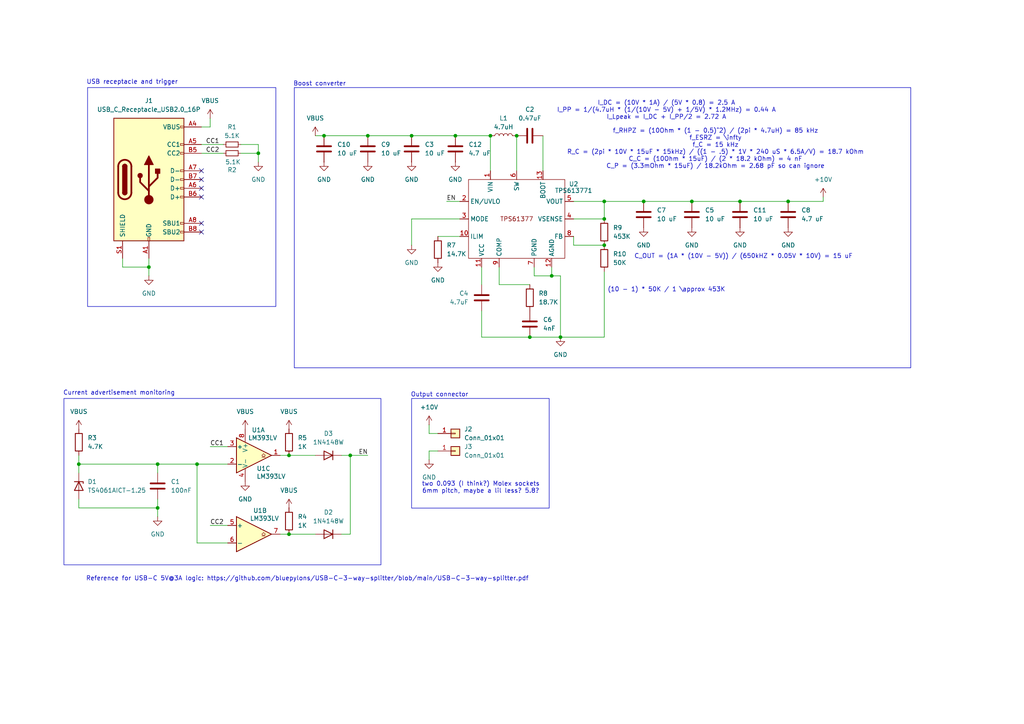
<source format=kicad_sch>
(kicad_sch (version 20250114) (generator "eeschema") (generator_version "9.0")
  (paper "A4")
  (title_block (title "USB-C 5V@3A to Magic Wand 10V@1A Boost Converter"))
  (lib_symbols
    (symbol "Comparator:LM393" (pin_names (offset 0.127))
      (property "Reference" "U" (at 3.81 3.81 0))
      (property "Value" "LM393" (at 6.35 -3.81 0))
      (symbol "LM393_1_1"
        (polyline (pts (xy -5.08 5.08) (xy 5.08 0) (xy -5.08 -5.08) (xy -5.08 5.08)) (stroke (width 0.254)) (fill (type background)))
        (polyline (pts (xy 3.302 -0.508) (xy 2.794 -0.508) (xy 3.302 0) (xy 2.794 0.508) (xy 2.286 0) (xy 2.794 -0.508) (xy 2.286 -0.508)) (stroke (width 0.127)))
        (pin input line (at -7.62 2.54 0) (length 2.54) (name "+") (number "3"))
        (pin input line (at -7.62 -2.54 0) (length 2.54) (name "-") (number "2"))
        (pin open_collector line (at 7.62 0 180) (length 2.54) (name "~") (number "1"))
      )
      (symbol "LM393_2_1"
        (polyline (pts (xy -5.08 5.08) (xy 5.08 0) (xy -5.08 -5.08) (xy -5.08 5.08)) (stroke (width 0.254)) (fill (type background)))
        (polyline (pts (xy 3.302 -0.508) (xy 2.794 -0.508) (xy 3.302 0) (xy 2.794 0.508) (xy 2.286 0) (xy 2.794 -0.508) (xy 2.286 -0.508)) (stroke (width 0.127)))
        (pin input line (at -7.62 2.54 0) (length 2.54) (name "+") (number "5"))
        (pin input line (at -7.62 -2.54 0) (length 2.54) (name "-") (number "6"))
        (pin open_collector line (at 7.62 0 180) (length 2.54) (name "~") (number "7"))
      )
      (symbol "LM393_3_1"
        (pin power_in line (at -2.54 7.62 270) (length 3.81) (name "V+") (number "8"))
        (pin power_in line (at -2.54 -7.62 90) (length 3.81) (name "V-") (number "4"))
      )
    )
    (symbol "Connector:USB_C_Receptacle_USB2.0_16P" (pin_names (offset 1.016))
      (property "Reference" "J" (at 0 22.225 0))
      (property "Value" "USB_C_Receptacle_USB2.0_16P" (at 0 19.685 0))
      (symbol "USB_C_Receptacle_USB2.0_16P_0_0"
        (rectangle (start -0.254 -17.78) (end 0.254 -16.764))
        (rectangle (start 10.16 15.494) (end 9.144 14.986))
        (rectangle (start 10.16 10.414) (end 9.144 9.906))
        (rectangle (start 10.16 7.874) (end 9.144 7.366))
        (rectangle (start 10.16 2.794) (end 9.144 2.286))
        (rectangle (start 10.16 0.254) (end 9.144 -0.254))
        (rectangle (start 10.16 -2.286) (end 9.144 -2.794))
        (rectangle (start 10.16 -4.826) (end 9.144 -5.334))
        (rectangle (start 10.16 -12.446) (end 9.144 -12.954))
        (rectangle (start 10.16 -14.986) (end 9.144 -15.494))
      )
      (symbol "USB_C_Receptacle_USB2.0_16P_0_1"
        (rectangle (start -10.16 17.78) (end 10.16 -17.78) (stroke (width 0.254)) (fill (type background)))
        (polyline (pts (xy -8.89 -3.81) (xy -8.89 3.81)) (stroke (width 0.508)))
        (rectangle (start -7.62 -3.81) (end -6.35 3.81) (stroke (width 0.254)) (fill (type outline)))
        (arc (start -7.62 3.81) (mid -6.985 4.4423) (end -6.35 3.81) (stroke (width 0.254)))
        (arc (start -7.62 3.81) (mid -6.985 4.4423) (end -6.35 3.81) (stroke (width 0.254)) (fill (type outline)))
        (arc (start -8.89 3.81) (mid -6.985 5.7067) (end -5.08 3.81) (stroke (width 0.508)))
        (arc (start -5.08 -3.81) (mid -6.985 -5.7067) (end -8.89 -3.81) (stroke (width 0.508)))
        (arc (start -6.35 -3.81) (mid -6.985 -4.4423) (end -7.62 -3.81) (stroke (width 0.254)))
        (arc (start -6.35 -3.81) (mid -6.985 -4.4423) (end -7.62 -3.81) (stroke (width 0.254)) (fill (type outline)))
        (polyline (pts (xy -5.08 3.81) (xy -5.08 -3.81)) (stroke (width 0.508)))
        (circle (center -2.54 1.143) (radius 0.635) (stroke (width 0.254)) (fill (type outline)))
        (polyline (pts (xy -1.27 4.318) (xy 0 6.858) (xy 1.27 4.318) (xy -1.27 4.318)) (stroke (width 0.254)) (fill (type outline)))
        (polyline (pts (xy 0 -2.032) (xy 2.54 0.508) (xy 2.54 1.778)) (stroke (width 0.508)))
        (polyline (pts (xy 0 -3.302) (xy -2.54 -0.762) (xy -2.54 0.508)) (stroke (width 0.508)))
        (polyline (pts (xy 0 -5.842) (xy 0 4.318)) (stroke (width 0.508)))
        (circle (center 0 -5.842) (radius 1.27) (fill (type outline)))
        (rectangle (start 1.905 1.778) (end 3.175 3.048) (stroke (width 0.254)) (fill (type outline)))
      )
      (symbol "USB_C_Receptacle_USB2.0_16P_1_1"
        (pin passive line (at -7.62 -22.86 90) (length 5.08) (name "SHIELD") (number "S1"))
        (pin passive line (at 0 -22.86 90) (length 5.08) (name "GND") (number "A1"))
        (pin passive line (at 0 -22.86 90) (length 5.08) (hide yes) (name "GND") (number "A12"))
        (pin passive line (at 0 -22.86 90) (length 5.08) (hide yes) (name "GND") (number "B1"))
        (pin passive line (at 0 -22.86 90) (length 5.08) (hide yes) (name "GND") (number "B12"))
        (pin passive line (at 15.24 15.24 180) (length 5.08) (name "VBUS") (number "A4"))
        (pin passive line (at 15.24 15.24 180) (length 5.08) (hide yes) (name "VBUS") (number "A9"))
        (pin passive line (at 15.24 15.24 180) (length 5.08) (hide yes) (name "VBUS") (number "B4"))
        (pin passive line (at 15.24 15.24 180) (length 5.08) (hide yes) (name "VBUS") (number "B9"))
        (pin bidirectional line (at 15.24 10.16 180) (length 5.08) (name "CC1") (number "A5"))
        (pin bidirectional line (at 15.24 7.62 180) (length 5.08) (name "CC2") (number "B5"))
        (pin bidirectional line (at 15.24 2.54 180) (length 5.08) (name "D-") (number "A7"))
        (pin bidirectional line (at 15.24 0 180) (length 5.08) (name "D-") (number "B7"))
        (pin bidirectional line (at 15.24 -2.54 180) (length 5.08) (name "D+") (number "A6"))
        (pin bidirectional line (at 15.24 -5.08 180) (length 5.08) (name "D+") (number "B6"))
        (pin bidirectional line (at 15.24 -12.7 180) (length 5.08) (name "SBU1") (number "A8"))
        (pin bidirectional line (at 15.24 -15.24 180) (length 5.08) (name "SBU2") (number "B8"))
      )
    )
    (symbol "Connector_Generic:Conn_01x01" (pin_names (offset 1.016) (hide yes))
      (property "Reference" "J" (at 0 2.54 0))
      (property "Value" "Conn_01x01" (at 0 -2.54 0))
      (symbol "Conn_01x01_1_1"
        (rectangle (start -1.27 1.27) (end 1.27 -1.27) (stroke (width 0.254)) (fill (type background)))
        (rectangle (start -1.27 0.127) (end 0 -0.127) (stroke (width 0.1524)))
        (pin passive line (at -5.08 0 0) (length 3.81) (name "Pin_1") (number "1"))
      )
    )
    (symbol "Device:C" (pin_numbers (hide yes)) (pin_names (offset 0.254))
      (property "Reference" "C" (at 0.635 2.54 0))
      (property "Value" "C" (at 0.635 -2.54 0))
      (symbol "C_0_1"
        (polyline (pts (xy -2.032 0.762) (xy 2.032 0.762)) (stroke (width 0.508)))
        (polyline (pts (xy -2.032 -0.762) (xy 2.032 -0.762)) (stroke (width 0.508)))
      )
      (symbol "C_1_1"
        (pin passive line (at 0 3.81 270) (length 2.794) (name "~") (number "1"))
        (pin passive line (at 0 -3.81 90) (length 2.794) (name "~") (number "2"))
      )
    )
    (symbol "Device:D" (pin_numbers (hide yes)) (pin_names (offset 1.016) (hide yes))
      (property "Reference" "D" (at 0 2.54 0))
      (property "Value" "D" (at 0 -2.54 0))
      (symbol "D_0_1"
        (polyline (pts (xy -1.27 1.27) (xy -1.27 -1.27)) (stroke (width 0.254)))
        (polyline (pts (xy 1.27 1.27) (xy 1.27 -1.27) (xy -1.27 0) (xy 1.27 1.27)) (stroke (width 0.254)))
        (polyline (pts (xy 1.27 0) (xy -1.27 0)))
      )
      (symbol "D_1_1"
        (pin passive line (at -3.81 0 0) (length 2.54) (name "K") (number "1"))
        (pin passive line (at 3.81 0 180) (length 2.54) (name "A") (number "2"))
      )
    )
    (symbol "Device:D_Zener" (pin_numbers (hide yes)) (pin_names (offset 1.016) (hide yes))
      (property "Reference" "D" (at 0 2.54 0))
      (property "Value" "D_Zener" (at 0 -2.54 0))
      (symbol "D_Zener_0_1"
        (polyline (pts (xy -1.27 -1.27) (xy -1.27 1.27) (xy -0.762 1.27)) (stroke (width 0.254)))
        (polyline (pts (xy 1.27 0) (xy -1.27 0)))
        (polyline (pts (xy 1.27 -1.27) (xy 1.27 1.27) (xy -1.27 0) (xy 1.27 -1.27)) (stroke (width 0.254)))
      )
      (symbol "D_Zener_1_1"
        (pin passive line (at -3.81 0 0) (length 2.54) (name "K") (number "1"))
        (pin passive line (at 3.81 0 180) (length 2.54) (name "A") (number "2"))
      )
    )
    (symbol "Device:L" (pin_numbers (hide yes)) (pin_names (offset 1.016) (hide yes))
      (property "Reference" "L" (at -1.27 0 90))
      (property "Value" "L" (at 1.905 0 90))
      (symbol "L_0_1"
        (arc (start 0 2.54) (mid 0.6323 1.905) (end 0 1.27))
        (arc (start 0 1.27) (mid 0.6323 0.635) (end 0 0))
        (arc (start 0 0) (mid 0.6323 -0.635) (end 0 -1.27))
        (arc (start 0 -1.27) (mid 0.6323 -1.905) (end 0 -2.54))
      )
      (symbol "L_1_1"
        (pin passive line (at 0 3.81 270) (length 1.27) (name "1") (number "1"))
        (pin passive line (at 0 -3.81 90) (length 1.27) (name "2") (number "2"))
      )
    )
    (symbol "Device:R" (pin_numbers (hide yes)) (pin_names (offset 0))
      (property "Reference" "R" (at 2.032 0 90))
      (property "Value" "R" (at 0 0 90))
      (symbol "R_0_1"
        (rectangle (start -1.016 -2.54) (end 1.016 2.54) (stroke (width 0.254)))
      )
      (symbol "R_1_1"
        (pin passive line (at 0 3.81 270) (length 1.27) (name "~") (number "1"))
        (pin passive line (at 0 -3.81 90) (length 1.27) (name "~") (number "2"))
      )
    )
    (symbol "Device:R_Small" (pin_numbers (hide yes)) (pin_names (offset 0.254) (hide yes))
      (property "Reference" "R" (at 0.762 0.508 0))
      (property "Value" "R_Small" (at 0.762 -1.016 0))
      (symbol "R_Small_0_1"
        (rectangle (start -0.762 1.778) (end 0.762 -1.778) (stroke (width 0.2032)))
      )
      (symbol "R_Small_1_1"
        (pin passive line (at 0 2.54 270) (length 0.762) (name "~") (number "1"))
        (pin passive line (at 0 -2.54 90) (length 0.762) (name "~") (number "2"))
      )
    )
    (symbol "TPS61377:TPS61377"
      (property "Reference" "U" (at 0 2.032 0))
      (symbol "TPS61377_0_1"
        (rectangle (start -13.97 11.43) (end 13.97 -11.43))
      )
      (symbol "TPS61377_1_1"
        (text "TPS61377" (at 0 0 0) (effects (font (size 1.27 1.27))))
        (pin input line (at -16.51 5.08 0) (length 2.54) (name "EN/UVLO") (number "2"))
        (pin input line (at -16.51 0 0) (length 2.54) (name "MODE") (number "3"))
        (pin input line (at -16.51 -5.08 0) (length 2.54) (name "ILIM") (number "10"))
        (pin output line (at -10.16 -13.97 90) (length 2.54) (name "VCC") (number "11"))
        (pin power_in line (at -7.62 13.97 270) (length 2.54) (name "VIN") (number "1"))
        (pin output line (at -5.08 -13.97 90) (length 2.54) (name "COMP") (number "9"))
        (pin power_out line (at 0 13.97 270) (length 2.54) (name "SW") (number "6"))
        (pin power_in line (at 5.08 -13.97 90) (length 2.54) (name "PGND") (number "7"))
        (pin output line (at 7.62 13.97 270) (length 2.54) (name "BOOT") (number "13"))
        (pin power_in line (at 10.16 -13.97 90) (length 2.54) (name "AGND") (number "12"))
        (pin power_out line (at 16.51 5.08 180) (length 2.54) (name "VOUT") (number "5"))
        (pin input line (at 16.51 0 180) (length 2.54) (name "VSENSE") (number "4"))
        (pin input line (at 16.51 -5.08 180) (length 2.54) (name "FB") (number "8"))
      )
    )
    (symbol "power:+10V" (power) (pin_numbers (hide yes)) (pin_names (offset 0) (hide yes))
      (property "Value" "+10V" (at 0 3.556 0))
      (symbol "+10V_0_1"
        (polyline (pts (xy -0.762 1.27) (xy 0 2.54)))
        (polyline (pts (xy 0 2.54) (xy 0.762 1.27)))
        (polyline (pts (xy 0 0) (xy 0 2.54)))
      )
      (symbol "+10V_1_1"
        (pin power_in line (at 0 0 90) (length 0) (name "~") (number "1"))
      )
    )
    (symbol "power:GND" (power) (pin_numbers (hide yes)) (pin_names (offset 0) (hide yes))
      (property "Value" "GND" (at 0 -3.81 0))
      (symbol "GND_0_1"
        (polyline (pts (xy 0 0) (xy 0 -1.27) (xy 1.27 -1.27) (xy 0 -2.54) (xy -1.27 -1.27) (xy 0 -1.27)))
      )
      (symbol "GND_1_1"
        (pin power_in line (at 0 0 270) (length 0) (name "~") (number "1"))
      )
    )
    (symbol "power:VBUS" (power) (pin_numbers (hide yes)) (pin_names (offset 0) (hide yes))
      (property "Value" "VBUS" (at 0 3.556 0))
      (symbol "VBUS_0_1"
        (polyline (pts (xy -0.762 1.27) (xy 0 2.54)))
        (polyline (pts (xy 0 2.54) (xy 0.762 1.27)))
        (polyline (pts (xy 0 0) (xy 0 2.54)))
      )
      (symbol "VBUS_1_1"
        (pin power_in line (at 0 0 90) (length 0) (name "~") (number "1"))
      )
    )
  )
  (rectangle (start 119.38 115.57) (end 159.2854 147.3668))
  (rectangle (start 25.4 25.4) (end 80.01 88.9))
  (rectangle (start 18.5415 115.57) (end 110.49 163.83))
  (rectangle (start 85.3555 25.4) (end 264.16 106.68))
  (text "Reference for USB-C 5V@3A logic: https://github.com/bluepylons/USB-C-3-way-splitter/blob/main/USB-C-3-way-splitter.pdf" (at 89.154 167.894 0) (effects (font (size 1.27 1.27))))
  (text "two 0.093 (I think?) Molex sockets\n6mm pitch, maybe a lil less? 5.8?" (at 139.446 141.478 0) (effects (font (size 1.27 1.27))))
  (text "(10 - 1) * 50K / 1 \\approx 453K" (at 193.294 84.074 0) (effects (font (size 1.27 1.27))))
  (text "f_RHPZ = (10Ohm * (1 - 0.5)^2) / (2pi * 4.7uH) = 85 kHz\nf_ESRZ = \\infty\nf_C = 15 kHz\nR_C = (2pi * 10V * 15uF * 15kHz) / ((1 - .5) * 1V * 240 uS * 6.5A/V) = 18.7 kOhm\nC_C = (10Ohm * 15uF) / (2 * 18.2 kOhm) = 4 nF\nC_P = (3.3mOhm * 15uF) / 18.2kOhm = 2.68 pF so can ignore" (at 207.518 43.18 0) (effects (font (size 1.27 1.27))))
  (text "Output connector" (at 127.508 114.554 0) (effects (font (size 1.27 1.27))))
  (text "C_OUT = (1A * (10V - 5V)) / (650kHZ * 0.05V * 10V) = 15 uF" (at 215.646 74.422 0) (effects (font (size 1.27 1.27))))
  (text "I_DC = (10V * 1A) / (5V * 0.8) = 2.5 A\nI_PP = 1/(4.7uH * (1/(10V - 5V) + 1/5V) * 1.2MHz) = 0.44 A\nI_Lpeak = I_DC + I_PP/2 = 2.72 A" (at 193.294 32.004 0) (effects (font (size 1.27 1.27))))
  (text "Current advertisement monitoring" (at 34.544 114.046 0) (effects (font (size 1.27 1.27))))
  (text "Boost converter" (at 92.71 24.384 0) (effects (font (size 1.27 1.27))))
  (text "USB receptacle and trigger" (at 38.354 23.876 0) (effects (font (size 1.27 1.27))))
  (junction (at 43.18 77.47))
  (junction (at 175.26 63.5))
  (junction (at 162.56 97.79))
  (junction (at 57.15 134.62))
  (junction (at 214.63 58.42))
  (junction (at 101.6 132.08))
  (junction (at 149.86 39.37))
  (junction (at 186.69 58.42))
  (junction (at 200.66 58.42))
  (junction (at 83.82 154.94))
  (junction (at 132.08 39.37))
  (junction (at 119.38 39.37))
  (junction (at 106.68 39.37))
  (junction (at 228.6 58.42))
  (junction (at 83.82 132.08))
  (junction (at 153.67 97.79))
  (junction (at 142.24 39.37))
  (junction (at 93.98 39.37))
  (junction (at 22.86 134.62))
  (junction (at 175.26 71.12))
  (junction (at 160.02 80.01))
  (junction (at 45.72 147.32))
  (junction (at 175.26 58.42))
  (junction (at 45.72 134.62))
  (junction (at 74.93 44.45))
  (no_connect (at 58.42 57.15))
  (no_connect (at 58.42 64.77))
  (no_connect (at 58.42 67.31))
  (no_connect (at 58.42 49.53))
  (no_connect (at 58.42 54.61))
  (no_connect (at 58.42 52.07))
  (wire (pts (xy 119.38 63.5) (xy 133.35 63.5)))
  (wire (pts (xy 58.42 41.91) (xy 64.77 41.91)))
  (wire (pts (xy 160.02 80.01) (xy 162.56 80.01)))
  (wire (pts (xy 238.76 57.15) (xy 238.76 58.42)))
  (wire (pts (xy 22.86 132.08) (xy 22.86 134.62)))
  (wire (pts (xy 43.18 74.93) (xy 43.18 77.47)))
  (wire (pts (xy 144.78 77.47) (xy 144.78 82.55)))
  (wire (pts (xy 22.86 134.62) (xy 45.72 134.62)))
  (wire (pts (xy 93.98 39.37) (xy 106.68 39.37)))
  (wire (pts (xy 57.15 157.48) (xy 66.04 157.48)))
  (wire (pts (xy 45.72 134.62) (xy 45.72 137.16)))
  (wire (pts (xy 139.7 77.47) (xy 139.7 82.55)))
  (wire (pts (xy 57.15 134.62) (xy 66.04 134.62)))
  (wire (pts (xy 45.72 134.62) (xy 57.15 134.62)))
  (wire (pts (xy 127 125.73) (xy 124.46 125.73)))
  (wire (pts (xy 166.37 68.58) (xy 166.37 71.12)))
  (wire (pts (xy 200.66 58.42) (xy 214.63 58.42)))
  (wire (pts (xy 157.48 39.37) (xy 157.48 49.53)))
  (wire (pts (xy 162.56 80.01) (xy 162.56 97.79)))
  (wire (pts (xy 22.86 137.16) (xy 22.86 134.62)))
  (wire (pts (xy 69.85 41.91) (xy 74.93 41.91)))
  (wire (pts (xy 154.94 77.47) (xy 154.94 80.01)))
  (wire (pts (xy 91.44 39.37) (xy 93.98 39.37)))
  (wire (pts (xy 127 68.58) (xy 133.35 68.58)))
  (wire (pts (xy 35.56 77.47) (xy 43.18 77.47)))
  (wire (pts (xy 186.69 58.42) (xy 200.66 58.42)))
  (wire (pts (xy 43.18 77.47) (xy 43.18 80.01)))
  (wire (pts (xy 175.26 97.79) (xy 162.56 97.79)))
  (wire (pts (xy 22.86 147.32) (xy 22.86 144.78)))
  (wire (pts (xy 74.93 44.45) (xy 74.93 46.99)))
  (wire (pts (xy 45.72 144.78) (xy 45.72 147.32)))
  (wire (pts (xy 58.42 36.83) (xy 60.96 36.83)))
  (wire (pts (xy 129.54 58.42) (xy 133.35 58.42)))
  (wire (pts (xy 124.46 125.73) (xy 124.46 123.19)))
  (wire (pts (xy 124.46 130.81) (xy 124.46 133.35)))
  (wire (pts (xy 139.7 97.79) (xy 153.67 97.79)))
  (wire (pts (xy 35.56 74.93) (xy 35.56 77.47)))
  (wire (pts (xy 74.93 41.91) (xy 74.93 44.45)))
  (wire (pts (xy 154.94 80.01) (xy 160.02 80.01)))
  (wire (pts (xy 166.37 71.12) (xy 175.26 71.12)))
  (wire (pts (xy 101.6 132.08) (xy 99.06 132.08)))
  (wire (pts (xy 175.26 58.42) (xy 186.69 58.42)))
  (wire (pts (xy 60.96 152.4) (xy 66.04 152.4)))
  (wire (pts (xy 60.96 36.83) (xy 60.96 34.29)))
  (wire (pts (xy 106.68 39.37) (xy 119.38 39.37)))
  (wire (pts (xy 101.6 132.08) (xy 106.68 132.08)))
  (wire (pts (xy 139.7 90.17) (xy 139.7 97.79)))
  (wire (pts (xy 166.37 63.5) (xy 175.26 63.5)))
  (wire (pts (xy 58.42 44.45) (xy 64.77 44.45)))
  (wire (pts (xy 142.24 39.37) (xy 142.24 49.53)))
  (wire (pts (xy 69.85 44.45) (xy 74.93 44.45)))
  (wire (pts (xy 160.02 77.47) (xy 160.02 80.01)))
  (wire (pts (xy 45.72 147.32) (xy 45.72 149.86)))
  (wire (pts (xy 228.6 58.42) (xy 238.76 58.42)))
  (wire (pts (xy 83.82 132.08) (xy 91.44 132.08)))
  (wire (pts (xy 83.82 154.94) (xy 91.44 154.94)))
  (wire (pts (xy 57.15 134.62) (xy 57.15 157.48)))
  (wire (pts (xy 149.86 39.37) (xy 149.86 49.53)))
  (wire (pts (xy 22.86 147.32) (xy 45.72 147.32)))
  (wire (pts (xy 81.28 132.08) (xy 83.82 132.08)))
  (wire (pts (xy 101.6 154.94) (xy 101.6 132.08)))
  (wire (pts (xy 144.78 82.55) (xy 153.67 82.55)))
  (wire (pts (xy 119.38 39.37) (xy 132.08 39.37)))
  (wire (pts (xy 99.06 154.94) (xy 101.6 154.94)))
  (wire (pts (xy 127 130.81) (xy 124.46 130.81)))
  (wire (pts (xy 175.26 58.42) (xy 175.26 63.5)))
  (wire (pts (xy 60.96 129.54) (xy 66.04 129.54)))
  (wire (pts (xy 81.28 154.94) (xy 83.82 154.94)))
  (wire (pts (xy 175.26 78.74) (xy 175.26 97.79)))
  (wire (pts (xy 166.37 58.42) (xy 175.26 58.42)))
  (wire (pts (xy 162.56 97.79) (xy 153.67 97.79)))
  (wire (pts (xy 132.08 39.37) (xy 142.24 39.37)))
  (wire (pts (xy 119.38 63.5) (xy 119.38 71.12)))
  (wire (pts (xy 214.63 58.42) (xy 228.6 58.42)))
  (label "CC1" (at 60.96 129.54 0))
  (label "CC2" (at 59.69 44.45 0))
  (label "CC2" (at 60.96 152.4 0))
  (label "EN" (at 129.54 58.42 0))
  (label "CC1" (at 59.69 41.91 0))
  (label "EN" (at 106.68 132.08 180))
  (symbol (lib_id "power:GND") (at 71.12 139.7 0) (unit 1)
    (property "Reference" "#PWR06" (effects (hide yes)))
    (property "Value" "GND" (at 71.12 144.78 0))
    (property "Description" "Power symbol creates a global label with name \"GND\" , ground" (effects (hide yes)))
  )
  (symbol (lib_id "Device:R") (at 83.82 151.13 180) (unit 1)
    (property "Reference" "R4" (at 86.36 149.8599 0) (effects (justify right)))
    (property "Value" "1K" (at 86.36 152.3999 0) (effects (justify right)))
    (property "Footprint" "Resistor_SMD:R_0402_1005Metric" (effects (hide yes)))
    (property "Description" "Resistor" (effects (hide yes)))
    (property "DigiKey Part Number" "311-1.00KLRCT-ND" (effects (hide yes)))
  )
  (symbol (lib_id "Device:R_Small") (at 67.31 41.91 270) (mirror x) (unit 1)
    (property "Reference" "R1" (at 67.31 36.83 90))
    (property "Value" "5.1K" (at 67.31 39.37 90))
    (property "Footprint" "Resistor_SMD:R_0402_1005Metric" (effects (hide yes)))
    (property "Description" "Resistor, small symbol" (effects (hide yes)))
    (property "DigiKey Part Number" "13-RC0402FR-135K1LCT-ND" (effects (hide yes)))
  )
  (symbol (lib_id "power:VBUS") (at 83.82 147.32 0) (unit 1)
    (property "Reference" "#PWR08" (effects (hide yes)))
    (property "Value" "VBUS" (at 83.82 142.24 0))
    (property "Description" "Power symbol creates a global label with name \"VBUS\"" (effects (hide yes)))
  )
  (symbol (lib_id "power:GND") (at 228.6 66.04 0) (unit 1)
    (property "Reference" "#PWR019" (effects (hide yes)))
    (property "Value" "GND" (at 228.6 71.12 0))
    (property "Description" "Power symbol creates a global label with name \"GND\" , ground" (effects (hide yes)))
  )
  (symbol (lib_id "Device:R_Small") (at 67.31 44.45 90) (unit 1)
    (property "Reference" "R2" (at 67.31 49.276 90))
    (property "Value" "5.1K" (at 67.564 46.99 90))
    (property "Footprint" "Resistor_SMD:R_0402_1005Metric" (effects (hide yes)))
    (property "Description" "Resistor, small symbol" (effects (hide yes)))
    (property "DigiKey Part Number" "13-RC0402FR-135K1LCT-ND" (effects (hide yes)))
  )
  (symbol (lib_id "power:VBUS") (at 71.12 124.46 0) (unit 1)
    (property "Reference" "#PWR07" (effects (hide yes)))
    (property "Value" "VBUS" (at 71.12 119.38 0))
    (property "Description" "Power symbol creates a global label with name \"VBUS\"" (effects (hide yes)))
  )
  (symbol (lib_id "Device:C") (at 139.7 86.36 0) (mirror x) (unit 1)
    (property "Reference" "C4" (at 135.89 85.0899 0) (effects (justify right)))
    (property "Value" "4.7uF" (at 135.89 87.6299 0) (effects (justify right)))
    (property "Footprint" "Capacitor_SMD:C_0402_1005Metric" (effects (hide yes)))
    (property "Description" "Unpolarized capacitor" (effects (hide yes)))
    (property "DigiKey Part Number" "490-GRM155C61E475ME15DCT-ND" (effects (hide yes)))
  )
  (symbol (lib_id "power:GND") (at 132.08 46.99 0) (unit 1)
    (property "Reference" "#PWR024" (effects (hide yes)))
    (property "Value" "GND" (at 132.08 52.07 0))
    (property "Description" "Power symbol creates a global label with name \"GND\" , ground" (effects (hide yes)))
  )
  (symbol (lib_id "power:GND") (at 93.98 46.99 0) (unit 1)
    (property "Reference" "#PWR021" (effects (hide yes)))
    (property "Value" "GND" (at 93.98 52.07 0))
    (property "Description" "Power symbol creates a global label with name \"GND\" , ground" (effects (hide yes)))
  )
  (symbol (lib_id "Device:R") (at 83.82 128.27 0) (unit 1)
    (property "Reference" "R5" (at 86.36 126.9999 0) (effects (justify left)))
    (property "Value" "1K" (at 86.36 129.5399 0) (effects (justify left)))
    (property "Footprint" "Resistor_SMD:R_0402_1005Metric" (effects (hide yes)))
    (property "Description" "Resistor" (effects (hide yes)))
    (property "DigiKey Part Number" "311-1.00KLRCT-ND" (effects (hide yes)))
  )
  (symbol (lib_id "power:GND") (at 124.46 133.35 0) (unit 1)
    (property "Reference" "#PWR018" (effects (hide yes)))
    (property "Value" "GND" (at 124.46 138.43 0))
    (property "Description" "Power symbol creates a global label with name \"GND\" , ground" (effects (hide yes)))
  )
  (symbol (lib_id "power:GND") (at 214.63 66.04 0) (unit 1)
    (property "Reference" "#PWR023" (effects (hide yes)))
    (property "Value" "GND" (at 214.63 71.12 0))
    (property "Description" "Power symbol creates a global label with name \"GND\" , ground" (effects (hide yes)))
  )
  (symbol (lib_id "power:GND") (at 119.38 46.99 0) (unit 1)
    (property "Reference" "#PWR010" (effects (hide yes)))
    (property "Value" "GND" (at 119.38 52.07 0))
    (property "Description" "Power symbol creates a global label with name \"GND\" , ground" (effects (hide yes)))
  )
  (symbol (lib_id "Device:D_Zener") (at 22.86 140.97 270) (unit 1)
    (property "Reference" "D1" (at 25.4 139.6999 90) (effects (justify left)))
    (property "Value" "TS4061AICT-1.25" (at 25.4 142.2399 90) (effects (justify left)))
    (property "Footprint" "Package_TO_SOT_SMD:SOT-323_SC-70" (effects (hide yes)))
    (property "Description" "Zener diode" (effects (hide yes)))
    (property "DigiKey Part Number" "497-15220-1-ND" (effects (hide yes)))
  )
  (symbol (lib_id "Device:R") (at 153.67 86.36 0) (unit 1)
    (property "Reference" "R8" (at 156.21 85.0899 0) (effects (justify left)))
    (property "Value" "18.7K" (at 156.21 87.6299 0) (effects (justify left)))
    (property "Footprint" "Resistor_SMD:R_0402_1005Metric" (effects (hide yes)))
    (property "Description" "Resistor" (effects (hide yes)))
    (property "DigiKey Part Number" "YAG3018CT-ND" (effects (hide yes)))
  )
  (symbol (lib_id "power:+10V") (at 124.46 123.19 0) (unit 1)
    (property "Reference" "#PWR017" (effects (hide yes)))
    (property "Value" "+10V" (at 124.46 118.11 0))
    (property "Description" "Power symbol creates a global label with name \"+10V\"" (effects (hide yes)))
  )
  (symbol (lib_id "power:GND") (at 119.38 71.12 0) (unit 1)
    (property "Reference" "#PWR011" (effects (hide yes)))
    (property "Value" "GND" (at 119.38 76.2 0))
    (property "Description" "Power symbol creates a global label with name \"GND\" , ground" (effects (hide yes)))
  )
  (symbol (lib_id "Device:C") (at 106.68 43.18 0) (unit 1)
    (property "Reference" "C9" (at 110.49 41.9099 0) (effects (justify left)))
    (property "Value" "10 uF" (at 110.49 44.4499 0) (effects (justify left)))
    (property "Footprint" "Capacitor_SMD:C_0805_2012Metric" (effects (hide yes)))
    (property "Description" "Unpolarized capacitor" (effects (hide yes)))
    (property "DigiKey Part Number" "490-10514-1-ND" (effects (hide yes)))
  )
  (symbol (lib_id "power:GND") (at 74.93 46.99 0) (unit 1)
    (property "Reference" "#PWR03" (effects (hide yes)))
    (property "Value" "GND" (at 74.93 52.07 0))
    (property "Description" "Power symbol creates a global label with name \"GND\" , ground" (effects (hide yes)))
  )
  (symbol (lib_id "Comparator:LM393") (at 73.66 132.08 0) (unit 3)
    (property "Reference" "U1" (at 74.422 135.89 0) (effects (justify left)))
    (property "Value" "LM393LV" (at 74.422 138.176 0) (effects (justify left)))
    (property "Footprint" "8WSON:WSON8_DSG_TEX" (effects (hide yes)))
    (property "Datasheet" "http://www.ti.com/lit/ds/symlink/lm393.pdf" (effects (hide yes)))
    (property "Description" "Low-Power, Low-Offset Voltage, Dual Comparators, DIP-8/SOIC-8/TO-99-8" (effects (hide yes)))
    (property "Part Number" "LM393LVDSGR" (effects (hide yes)))
    (property "DigiKey Part Number" "296-LM393LVDSGRCT-ND" (effects (hide yes)))
  )
  (symbol (lib_id "Device:C") (at 186.69 62.23 0) (unit 1)
    (property "Reference" "C7" (at 190.5 60.9599 0) (effects (justify left)))
    (property "Value" "10 uF" (at 190.5 63.4999 0) (effects (justify left)))
    (property "Footprint" "Capacitor_SMD:C_0805_2012Metric" (effects (hide yes)))
    (property "Description" "Unpolarized capacitor" (effects (hide yes)))
    (property "DigiKey Part Number" "490-10514-1-ND" (effects (hide yes)))
  )
  (symbol (lib_id "Device:R") (at 22.86 128.27 0) (unit 1)
    (property "Reference" "R3" (at 25.4 126.9999 0) (effects (justify left)))
    (property "Value" "4.7K" (at 25.4 129.5399 0) (effects (justify left)))
    (property "Footprint" "Resistor_SMD:R_0402_1005Metric" (effects (hide yes)))
    (property "Description" "Resistor" (effects (hide yes)))
    (property "DigiKey Part Number" "311-4.7KLRCT-ND" (effects (hide yes)))
  )
  (symbol (lib_id "Device:R") (at 175.26 74.93 0) (unit 1)
    (property "Reference" "R10" (at 177.8 73.6599 0) (effects (justify left)))
    (property "Value" "50K" (at 177.8 76.1999 0) (effects (justify left)))
    (property "Footprint" "Resistor_SMD:R_0402_1005Metric" (effects (hide yes)))
    (property "Description" "Resistor" (effects (hide yes)))
    (property "DigiKey Part Number" "541-CRCW040250K0FKEDCT-ND" (effects (hide yes)))
  )
  (symbol (lib_id "TPS61377:TPS61377") (at 149.86 63.5 0) (unit 1)
    (property "Reference" "U2" (at 166.37 53.3714 0))
    (property "Value" "TPS613771" (at 166.37 55.2765 0))
    (property "Footprint" "TPS61377:TPS61377-VQFN-HR13" (effects (hide yes)))
    (property "DigiKey Part Number" "296-TPS613771RYHRCT-ND" (effects (hide yes)))
  )
  (symbol (lib_id "Device:D") (at 95.25 132.08 180) (unit 1)
    (property "Reference" "D3" (at 95.25 125.73 0))
    (property "Value" "1N4148W" (at 95.25 128.27 0))
    (property "Footprint" "Diode_SMD:D_SOD-523" (effects (hide yes)))
    (property "Description" "Diode" (effects (hide yes)))
    (property "Sim.Device" "D" (effects (hide yes)))
    (property "Sim.Pins" "1=K 2=A" (effects (hide yes)))
    (property "DigiKey Part Number" "1N4148WTDICT-ND" (effects (hide yes)))
  )
  (symbol (lib_id "Device:C") (at 200.66 62.23 0) (unit 1)
    (property "Reference" "C5" (at 204.47 60.9599 0) (effects (justify left)))
    (property "Value" "10 uF" (at 204.47 63.4999 0) (effects (justify left)))
    (property "Footprint" "Capacitor_SMD:C_0805_2012Metric" (effects (hide yes)))
    (property "Description" "Unpolarized capacitor" (effects (hide yes)))
    (property "DigiKey Part Number" "490-10514-1-ND" (effects (hide yes)))
  )
  (symbol (lib_id "power:GND") (at 106.68 46.99 0) (unit 1)
    (property "Reference" "#PWR020" (effects (hide yes)))
    (property "Value" "GND" (at 106.68 52.07 0))
    (property "Description" "Power symbol creates a global label with name \"GND\" , ground" (effects (hide yes)))
  )
  (symbol (lib_id "Connector_Generic:Conn_01x01") (at 132.08 125.73 0) (unit 1)
    (property "Reference" "J2" (at 134.62 124.4599 0) (effects (justify left)))
    (property "Value" "Conn_01x01" (at 134.62 126.9999 0) (effects (justify left)))
    (property "Footprint" "janky_molex:Molex_Socket_Janky" (effects (hide yes)))
    (property "Description" "Generic connector, single row, 01x01, script generated (kicad-library-utils/schlib/autogen/connector/)" (effects (hide yes)))
  )
  (symbol (lib_id "power:GND") (at 43.18 80.01 0) (unit 1)
    (property "Reference" "#PWR02" (effects (hide yes)))
    (property "Value" "GND" (at 43.18 85.09 0))
    (property "Description" "Power symbol creates a global label with name \"GND\" , ground" (effects (hide yes)))
  )
  (symbol (lib_id "power:GND") (at 186.69 66.04 0) (unit 1)
    (property "Reference" "#PWR015" (effects (hide yes)))
    (property "Value" "GND" (at 186.69 71.12 0))
    (property "Description" "Power symbol creates a global label with name \"GND\" , ground" (effects (hide yes)))
  )
  (symbol (lib_id "Connector:USB_C_Receptacle_USB2.0_16P") (at 43.18 52.07 0) (unit 1)
    (property "Reference" "J1" (at 43.18 29.21 0))
    (property "Value" "USB_C_Receptacle_USB2.0_16P" (at 43.18 31.75 0))
    (property "Footprint" "Connector_USB:USB_C_Receptacle_GCT_USB4105-xx-A_16P_TopMnt_Horizontal" (effects (hide yes)))
    (property "Datasheet" "https://www.usb.org/sites/default/files/documents/usb_type-c.zip" (effects (hide yes)))
    (property "Description" "USB 2.0-only 16P Type-C Receptacle connector" (effects (hide yes)))
    (property "DigiKey Part Number" "2073-USB4105-GF-ACT-ND" (effects (hide yes)))
  )
  (symbol (lib_id "Device:C") (at 93.98 43.18 0) (unit 1)
    (property "Reference" "C10" (at 97.79 41.9099 0) (effects (justify left)))
    (property "Value" "10 uF" (at 97.79 44.4499 0) (effects (justify left)))
    (property "Footprint" "Capacitor_SMD:C_0805_2012Metric" (effects (hide yes)))
    (property "Description" "Unpolarized capacitor" (effects (hide yes)))
    (property "DigiKey Part Number" "490-10514-1-ND" (effects (hide yes)))
  )
  (symbol (lib_id "power:+10V") (at 238.76 57.15 0) (unit 1)
    (property "Reference" "#PWR014" (effects (hide yes)))
    (property "Value" "+10V" (at 238.76 52.07 0))
    (property "Description" "Power symbol creates a global label with name \"+10V\"" (effects (hide yes)))
  )
  (symbol (lib_id "Device:D") (at 95.25 154.94 180) (unit 1)
    (property "Reference" "D2" (at 95.25 148.59 0))
    (property "Value" "1N4148W" (at 95.25 151.13 0))
    (property "Footprint" "Diode_SMD:D_SOD-523" (effects (hide yes)))
    (property "Description" "Diode" (effects (hide yes)))
    (property "Sim.Device" "D" (effects (hide yes)))
    (property "Sim.Pins" "1=K 2=A" (effects (hide yes)))
    (property "DigiKey Part Number" "1N4148WTDICT-ND" (effects (hide yes)))
  )
  (symbol (lib_id "power:GND") (at 162.56 97.79 0) (unit 1)
    (property "Reference" "#PWR013" (effects (hide yes)))
    (property "Value" "GND" (at 162.56 102.87 0))
    (property "Description" "Power symbol creates a global label with name \"GND\" , ground" (effects (hide yes)))
  )
  (symbol (lib_id "power:VBUS") (at 60.96 34.29 0) (unit 1)
    (property "Reference" "#PWR01" (effects (hide yes)))
    (property "Value" "VBUS" (at 60.96 29.21 0))
    (property "Description" "Power symbol creates a global label with name \"VBUS\"" (effects (hide yes)))
  )
  (symbol (lib_id "Connector_Generic:Conn_01x01") (at 132.08 130.81 0) (unit 1)
    (property "Reference" "J3" (at 134.62 129.5399 0) (effects (justify left)))
    (property "Value" "Conn_01x01" (at 134.62 132.0799 0) (effects (justify left)))
    (property "Footprint" "janky_molex:Molex_Socket_Janky" (effects (hide yes)))
    (property "Description" "Generic connector, single row, 01x01, script generated (kicad-library-utils/schlib/autogen/connector/)" (effects (hide yes)))
  )
  (symbol (lib_id "Device:C") (at 153.67 93.98 0) (unit 1)
    (property "Reference" "C6" (at 157.48 92.7099 0) (effects (justify left)))
    (property "Value" "4nF" (at 157.48 95.2499 0) (effects (justify left)))
    (property "Footprint" "Capacitor_SMD:C_0402_1005Metric" (effects (hide yes)))
    (property "Description" "Unpolarized capacitor" (effects (hide yes)))
    (property "DigiKey Part Number" "490-GCM155R71H392KA37DCT-ND" (effects (hide yes)))
  )
  (symbol (lib_id "Device:C") (at 214.63 62.23 0) (unit 1)
    (property "Reference" "C11" (at 218.44 60.9599 0) (effects (justify left)))
    (property "Value" "10 uF" (at 218.44 63.4999 0) (effects (justify left)))
    (property "Footprint" "Capacitor_SMD:C_0805_2012Metric" (effects (hide yes)))
    (property "Description" "Unpolarized capacitor" (effects (hide yes)))
    (property "DigiKey Part Number" "490-10514-1-ND" (effects (hide yes)))
  )
  (symbol (lib_id "power:VBUS") (at 22.86 124.46 0) (unit 1)
    (property "Reference" "#PWR05" (effects (hide yes)))
    (property "Value" "VBUS" (at 22.86 119.38 0))
    (property "Description" "Power symbol creates a global label with name \"VBUS\"" (effects (hide yes)))
  )
  (symbol (lib_id "Comparator:LM393") (at 73.66 132.08 0) (unit 1)
    (property "Reference" "U1" (at 74.93 124.714 0))
    (property "Value" "LM393LV" (at 76.2 127 0))
    (property "Footprint" "8WSON:WSON8_DSG_TEX" (effects (hide yes)))
    (property "Datasheet" "http://www.ti.com/lit/ds/symlink/lm393.pdf" (effects (hide yes)))
    (property "Description" "Low-Power, Low-Offset Voltage, Dual Comparators, DIP-8/SOIC-8/TO-99-8" (effects (hide yes)))
    (property "Part Number" "LM393LVDSGR" (effects (hide yes)))
    (property "DigiKey Part Number" "296-LM393LVDSGRCT-ND" (effects (hide yes)))
  )
  (symbol (lib_id "Device:C") (at 45.72 140.97 0) (unit 1)
    (property "Reference" "C1" (at 49.53 139.6999 0) (effects (justify left)))
    (property "Value" "100nF" (at 49.53 142.2399 0) (effects (justify left)))
    (property "Footprint" "Capacitor_SMD:C_0402_1005Metric" (effects (hide yes)))
    (property "Description" "Unpolarized capacitor" (effects (hide yes)))
    (property "DigiKey Part Number" "1276-1043-1-ND" (effects (hide yes)))
  )
  (symbol (lib_id "Device:C") (at 153.67 39.37 90) (unit 1)
    (property "Reference" "C2" (at 153.67 31.75 90))
    (property "Value" "0.47uF" (at 153.67 34.29 90))
    (property "Footprint" "Capacitor_SMD:C_0402_1005Metric" (effects (hide yes)))
    (property "Description" "Unpolarized capacitor" (effects (hide yes)))
    (property "DigiKey Part Number" "311-1735-1-ND" (effects (hide yes)))
  )
  (symbol (lib_id "power:VBUS") (at 83.82 124.46 0) (unit 1)
    (property "Reference" "#PWR09" (effects (hide yes)))
    (property "Value" "VBUS" (at 83.82 119.38 0))
    (property "Description" "Power symbol creates a global label with name \"VBUS\"" (effects (hide yes)))
  )
  (symbol (lib_id "power:GND") (at 45.72 149.86 0) (unit 1)
    (property "Reference" "#PWR04" (effects (hide yes)))
    (property "Value" "GND" (at 45.72 154.94 0))
    (property "Description" "Power symbol creates a global label with name \"GND\" , ground" (effects (hide yes)))
  )
  (symbol (lib_id "Device:R") (at 127 72.39 0) (unit 1)
    (property "Reference" "R7" (at 129.54 71.1199 0) (effects (justify left)))
    (property "Value" "14.7K" (at 129.54 73.6599 0) (effects (justify left)))
    (property "Footprint" "Resistor_SMD:R_0402_1005Metric" (effects (hide yes)))
    (property "Description" "Resistor" (effects (hide yes)))
    (property "DigiKey Part Number" "YAG5262CT-ND" (effects (hide yes)))
  )
  (symbol (lib_id "Device:C") (at 119.38 43.18 0) (unit 1)
    (property "Reference" "C3" (at 123.19 41.9099 0) (effects (justify left)))
    (property "Value" "10 uF" (at 123.19 44.4499 0) (effects (justify left)))
    (property "Footprint" "Capacitor_SMD:C_0805_2012Metric" (effects (hide yes)))
    (property "Description" "Unpolarized capacitor" (effects (hide yes)))
    (property "DigiKey Part Number" "490-10514-1-ND" (effects (hide yes)))
  )
  (symbol (lib_id "Device:L") (at 146.05 39.37 90) (unit 1)
    (property "Reference" "L1" (at 146.05 34.29 90))
    (property "Value" "4.7uH" (at 146.05 36.83 90))
    (property "Footprint" "SRP4030FA:IND_SRP4030FA_BRN" (effects (hide yes)))
    (property "Datasheet" "https://www.bourns.com/docs/Product-Datasheets/SRP4030FA.pdf" (effects (hide yes)))
    (property "Description" "Inductor" (effects (hide yes)))
    (property "Part Number" "SRP4030FA-4R7M" (effects (hide yes)))
    (property "DigiKey Part Number" "SRP4030FA-4R7MCT-ND" (effects (hide yes)))
  )
  (symbol (lib_id "Device:R") (at 175.26 67.31 0) (unit 1)
    (property "Reference" "R9" (at 177.8 66.0399 0) (effects (justify left)))
    (property "Value" "453K" (at 177.8 68.5799 0) (effects (justify left)))
    (property "Footprint" "Resistor_SMD:R_0402_1005Metric" (effects (hide yes)))
    (property "Description" "Resistor" (effects (hide yes)))
    (property "DigiKey Part Number" "YAG3164CT-ND" (effects (hide yes)))
  )
  (symbol (lib_id "Device:C") (at 132.08 43.18 0) (unit 1)
    (property "Reference" "C12" (at 135.89 41.9099 0) (effects (justify left)))
    (property "Value" "4.7 uF" (at 135.89 44.4499 0) (effects (justify left)))
    (property "Footprint" "Capacitor_SMD:C_0402_1005Metric" (effects (hide yes)))
    (property "Description" "Unpolarized capacitor" (effects (hide yes)))
    (property "DigiKey Part Number" "490-GRM155C61E475ME15DCT-ND" (effects (hide yes)))
  )
  (symbol (lib_id "power:VBUS") (at 91.44 39.37 0) (unit 1)
    (property "Reference" "#PWR016" (effects (hide yes)))
    (property "Value" "VBUS" (at 91.44 34.29 0))
    (property "Description" "Power symbol creates a global label with name \"VBUS\"" (effects (hide yes)))
  )
  (symbol (lib_id "Comparator:LM393") (at 73.66 154.94 0) (unit 2)
    (property "Reference" "U1" (at 75.438 148.082 0))
    (property "Value" "LM393LV" (at 76.708 150.368 0))
    (property "Footprint" "8WSON:WSON8_DSG_TEX" (effects (hide yes)))
    (property "Datasheet" "http://www.ti.com/lit/ds/symlink/lm393.pdf" (effects (hide yes)))
    (property "Description" "Low-Power, Low-Offset Voltage, Dual Comparators, DIP-8/SOIC-8/TO-99-8" (effects (hide yes)))
    (property "Part Number" "LM393LVDSGR" (effects (hide yes)))
    (property "DigiKey Part Number" "296-LM393LVDSGRCT-ND" (effects (hide yes)))
  )
  (symbol (lib_id "Device:C") (at 228.6 62.23 0) (unit 1)
    (property "Reference" "C8" (at 232.41 60.9599 0) (effects (justify left)))
    (property "Value" "4.7 uF" (at 232.41 63.4999 0) (effects (justify left)))
    (property "Footprint" "Capacitor_SMD:C_0402_1005Metric" (effects (hide yes)))
    (property "Description" "Unpolarized capacitor" (effects (hide yes)))
    (property "DigiKey Part Number" "490-GRM155C61E475ME15DCT-ND" (effects (hide yes)))
  )
  (symbol (lib_id "power:GND") (at 200.66 66.04 0) (unit 1)
    (property "Reference" "#PWR022" (effects (hide yes)))
    (property "Value" "GND" (at 200.66 71.12 0))
    (property "Description" "Power symbol creates a global label with name \"GND\" , ground" (effects (hide yes)))
  )
  (symbol (lib_id "power:GND") (at 127 76.2 0) (unit 1)
    (property "Reference" "#PWR012" (effects (hide yes)))
    (property "Value" "GND" (at 127 81.28 0))
    (property "Description" "Power symbol creates a global label with name \"GND\" , ground" (effects (hide yes)))
  )
)
</source>
